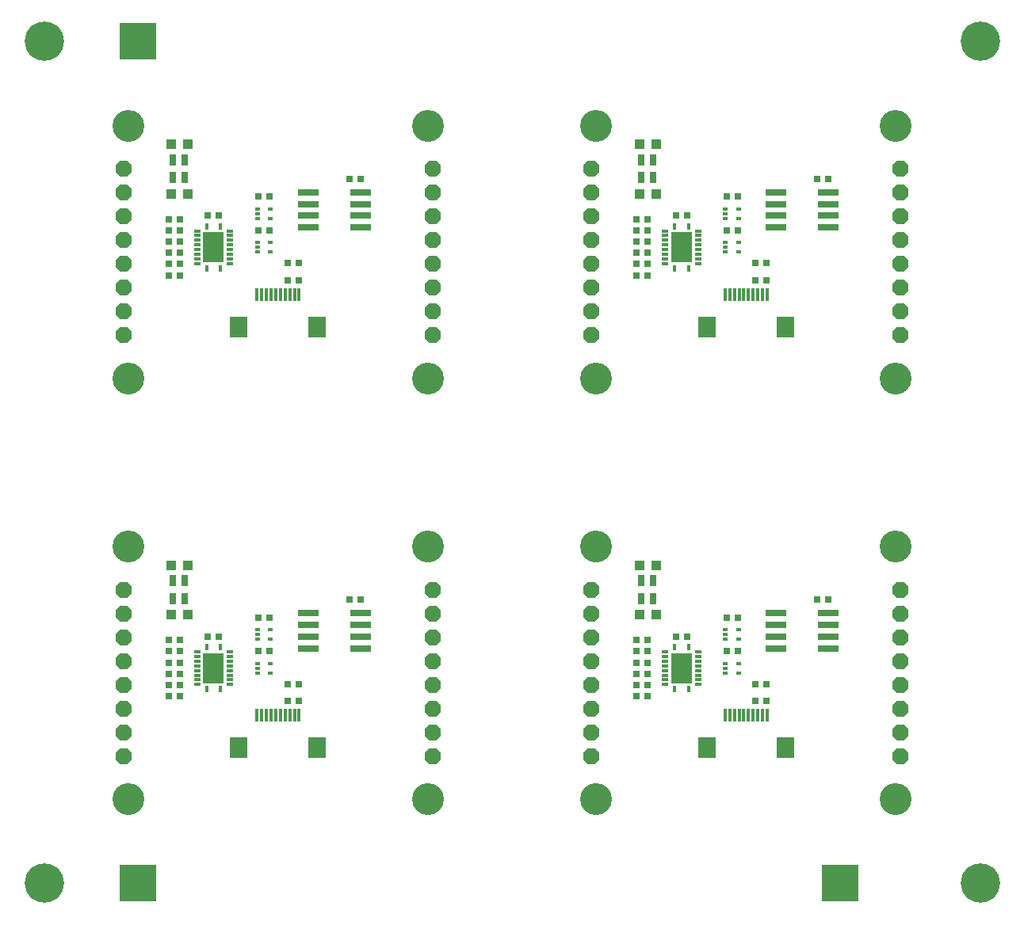
<source format=gts>
G75*
%MOIN*%
%OFA0B0*%
%FSLAX25Y25*%
%IPPOS*%
%LPD*%
%AMOC8*
5,1,8,0,0,1.08239X$1,22.5*
%
%ADD10C,0.16548*%
%ADD11R,0.01575X0.05512*%
%ADD12R,0.07480X0.09055*%
%ADD13C,0.13398*%
%ADD14OC8,0.06706*%
%ADD15R,0.09055X0.02756*%
%ADD16R,0.09055X0.02559*%
%ADD17R,0.02362X0.01575*%
%ADD18R,0.01575X0.03150*%
%ADD19R,0.03150X0.01575*%
%ADD20R,0.08674X0.12611*%
%ADD21R,0.03150X0.04724*%
%ADD22R,0.04331X0.04331*%
%ADD23R,0.03150X0.03150*%
%ADD24C,0.04737*%
%ADD25R,0.15748X0.15748*%
D10*
X0083995Y0077437D03*
X0083995Y0431768D03*
X0477696Y0431768D03*
X0477696Y0077437D03*
D11*
X0388129Y0148106D03*
X0386161Y0148106D03*
X0384192Y0148106D03*
X0382224Y0148106D03*
X0380255Y0148106D03*
X0378287Y0148106D03*
X0376318Y0148106D03*
X0374350Y0148106D03*
X0372381Y0148106D03*
X0370413Y0148106D03*
X0191279Y0148106D03*
X0189310Y0148106D03*
X0187342Y0148106D03*
X0185373Y0148106D03*
X0183405Y0148106D03*
X0181436Y0148106D03*
X0179468Y0148106D03*
X0177499Y0148106D03*
X0175531Y0148106D03*
X0173562Y0148106D03*
X0173562Y0325272D03*
X0175531Y0325272D03*
X0177499Y0325272D03*
X0179468Y0325272D03*
X0181436Y0325272D03*
X0183405Y0325272D03*
X0185373Y0325272D03*
X0187342Y0325272D03*
X0189310Y0325272D03*
X0191279Y0325272D03*
X0370413Y0325272D03*
X0372381Y0325272D03*
X0374350Y0325272D03*
X0376318Y0325272D03*
X0378287Y0325272D03*
X0380255Y0325272D03*
X0382224Y0325272D03*
X0384192Y0325272D03*
X0386161Y0325272D03*
X0388129Y0325272D03*
D12*
X0395806Y0311689D03*
X0362735Y0311689D03*
X0198956Y0311689D03*
X0165885Y0311689D03*
X0165885Y0134524D03*
X0198956Y0134524D03*
X0362735Y0134524D03*
X0395806Y0134524D03*
D13*
X0442263Y0112870D03*
X0442263Y0219169D03*
X0442263Y0290035D03*
X0442263Y0396335D03*
X0316279Y0396335D03*
X0245413Y0396335D03*
X0245413Y0290035D03*
X0316279Y0290035D03*
X0316279Y0219169D03*
X0245413Y0219169D03*
X0245413Y0112870D03*
X0316279Y0112870D03*
X0119428Y0112870D03*
X0119428Y0219169D03*
X0119428Y0290035D03*
X0119428Y0396335D03*
D14*
X0117420Y0378185D03*
X0117420Y0368185D03*
X0117420Y0358185D03*
X0117420Y0348185D03*
X0117420Y0338185D03*
X0117420Y0328185D03*
X0117420Y0318185D03*
X0117420Y0308185D03*
X0117420Y0201020D03*
X0117420Y0191020D03*
X0117420Y0181020D03*
X0117420Y0171020D03*
X0117420Y0161020D03*
X0117420Y0151020D03*
X0117420Y0141020D03*
X0117420Y0131020D03*
X0247420Y0131020D03*
X0247420Y0141020D03*
X0247420Y0151020D03*
X0247420Y0161020D03*
X0247420Y0171020D03*
X0247420Y0181020D03*
X0247420Y0191020D03*
X0247420Y0201020D03*
X0314271Y0201020D03*
X0314271Y0191020D03*
X0314271Y0181020D03*
X0314271Y0171020D03*
X0314271Y0161020D03*
X0314271Y0151020D03*
X0314271Y0141020D03*
X0314271Y0131020D03*
X0444271Y0131020D03*
X0444271Y0141020D03*
X0444271Y0151020D03*
X0444271Y0161020D03*
X0444271Y0171020D03*
X0444271Y0181020D03*
X0444271Y0191020D03*
X0444271Y0201020D03*
X0444271Y0308185D03*
X0444271Y0318185D03*
X0444271Y0328185D03*
X0444271Y0338185D03*
X0444271Y0348185D03*
X0444271Y0358185D03*
X0444271Y0368185D03*
X0444271Y0378185D03*
X0314271Y0378185D03*
X0314271Y0368185D03*
X0314271Y0358185D03*
X0314271Y0348185D03*
X0314271Y0338185D03*
X0314271Y0328185D03*
X0314271Y0318185D03*
X0314271Y0308185D03*
X0247420Y0308185D03*
X0247420Y0318185D03*
X0247420Y0328185D03*
X0247420Y0338185D03*
X0247420Y0348185D03*
X0247420Y0358185D03*
X0247420Y0368185D03*
X0247420Y0378185D03*
D15*
X0217066Y0368382D03*
X0217066Y0353421D03*
X0195019Y0353421D03*
X0195019Y0368382D03*
X0195019Y0191217D03*
X0195019Y0176256D03*
X0217066Y0176256D03*
X0217066Y0191217D03*
X0391869Y0191217D03*
X0391869Y0176256D03*
X0413917Y0176256D03*
X0413917Y0191217D03*
X0413917Y0353421D03*
X0413917Y0368382D03*
X0391869Y0368382D03*
X0391869Y0353421D03*
D16*
X0391869Y0358441D03*
X0391869Y0363362D03*
X0413917Y0363362D03*
X0413917Y0358441D03*
X0413917Y0186197D03*
X0413917Y0181276D03*
X0391869Y0181276D03*
X0391869Y0186197D03*
X0217066Y0186197D03*
X0217066Y0181276D03*
X0195019Y0181276D03*
X0195019Y0186197D03*
X0195019Y0358441D03*
X0195019Y0363362D03*
X0217066Y0363362D03*
X0217066Y0358441D03*
D17*
X0179271Y0357358D03*
X0179271Y0361295D03*
X0173759Y0361295D03*
X0173759Y0359327D03*
X0173759Y0357358D03*
X0173759Y0347122D03*
X0173759Y0345154D03*
X0173759Y0343185D03*
X0179271Y0343185D03*
X0179271Y0347122D03*
X0179271Y0184130D03*
X0179271Y0180193D03*
X0173759Y0180193D03*
X0173759Y0182161D03*
X0173759Y0184130D03*
X0173759Y0169957D03*
X0173759Y0167988D03*
X0173759Y0166020D03*
X0179271Y0166020D03*
X0179271Y0169957D03*
X0370609Y0169957D03*
X0370609Y0167988D03*
X0370609Y0166020D03*
X0376121Y0166020D03*
X0376121Y0169957D03*
X0376121Y0180193D03*
X0376121Y0184130D03*
X0370609Y0184130D03*
X0370609Y0182161D03*
X0370609Y0180193D03*
X0370609Y0343185D03*
X0370609Y0345154D03*
X0370609Y0347122D03*
X0376121Y0347122D03*
X0376121Y0343185D03*
X0376121Y0357358D03*
X0376121Y0361295D03*
X0370609Y0361295D03*
X0370609Y0359327D03*
X0370609Y0357358D03*
D18*
X0355058Y0354012D03*
X0349153Y0354012D03*
X0349153Y0336295D03*
X0355058Y0336295D03*
X0355058Y0176846D03*
X0349153Y0176846D03*
X0349153Y0159130D03*
X0355058Y0159130D03*
X0158208Y0159130D03*
X0152302Y0159130D03*
X0152302Y0176846D03*
X0158208Y0176846D03*
X0158208Y0336295D03*
X0152302Y0336295D03*
X0152302Y0354012D03*
X0158208Y0354012D03*
D19*
X0162145Y0352043D03*
X0162145Y0350075D03*
X0162145Y0348106D03*
X0162145Y0346138D03*
X0162145Y0344169D03*
X0162145Y0342201D03*
X0162145Y0340232D03*
X0162145Y0338264D03*
X0148365Y0338264D03*
X0148365Y0340232D03*
X0148365Y0342201D03*
X0148365Y0344169D03*
X0148365Y0346138D03*
X0148365Y0348106D03*
X0148365Y0350075D03*
X0148365Y0352043D03*
X0148365Y0174878D03*
X0148365Y0172909D03*
X0148365Y0170941D03*
X0148365Y0168972D03*
X0148365Y0167004D03*
X0148365Y0165035D03*
X0148365Y0163067D03*
X0148365Y0161098D03*
X0162145Y0161098D03*
X0162145Y0163067D03*
X0162145Y0165035D03*
X0162145Y0167004D03*
X0162145Y0168972D03*
X0162145Y0170941D03*
X0162145Y0172909D03*
X0162145Y0174878D03*
X0345216Y0174878D03*
X0345216Y0172909D03*
X0345216Y0170941D03*
X0345216Y0168972D03*
X0345216Y0167004D03*
X0345216Y0165035D03*
X0345216Y0163067D03*
X0345216Y0161098D03*
X0358995Y0161098D03*
X0358995Y0163067D03*
X0358995Y0165035D03*
X0358995Y0167004D03*
X0358995Y0168972D03*
X0358995Y0170941D03*
X0358995Y0172909D03*
X0358995Y0174878D03*
X0358995Y0338264D03*
X0358995Y0340232D03*
X0358995Y0342201D03*
X0358995Y0344169D03*
X0358995Y0346138D03*
X0358995Y0348106D03*
X0358995Y0350075D03*
X0358995Y0352043D03*
X0345216Y0352043D03*
X0345216Y0350075D03*
X0345216Y0348106D03*
X0345216Y0346138D03*
X0345216Y0344169D03*
X0345216Y0342201D03*
X0345216Y0340232D03*
X0345216Y0338264D03*
D20*
X0352106Y0345154D03*
X0352106Y0167988D03*
X0155255Y0167988D03*
X0155255Y0345154D03*
D21*
X0143247Y0374484D03*
X0138129Y0374484D03*
X0138129Y0381965D03*
X0143247Y0381965D03*
X0334980Y0381965D03*
X0340098Y0381965D03*
X0340098Y0374484D03*
X0334980Y0374484D03*
X0334980Y0204799D03*
X0340098Y0204799D03*
X0340098Y0197319D03*
X0334980Y0197319D03*
X0143247Y0197319D03*
X0138129Y0197319D03*
X0138129Y0204799D03*
X0143247Y0204799D03*
D22*
X0144625Y0211295D03*
X0137539Y0211295D03*
X0137539Y0190429D03*
X0144625Y0190429D03*
X0334389Y0190429D03*
X0341476Y0190429D03*
X0341476Y0211295D03*
X0334389Y0211295D03*
X0334389Y0367594D03*
X0341476Y0367594D03*
X0341476Y0388461D03*
X0334389Y0388461D03*
X0144625Y0388461D03*
X0137539Y0388461D03*
X0137539Y0367594D03*
X0144625Y0367594D03*
D23*
X0141082Y0356965D03*
X0136357Y0356965D03*
X0136357Y0352240D03*
X0136357Y0347516D03*
X0136357Y0342791D03*
X0136357Y0338067D03*
X0136357Y0333343D03*
X0141082Y0333343D03*
X0141082Y0338067D03*
X0141082Y0342791D03*
X0141082Y0347516D03*
X0141082Y0352240D03*
X0152893Y0358539D03*
X0157617Y0358539D03*
X0174153Y0352240D03*
X0178877Y0352240D03*
X0178877Y0366413D03*
X0174153Y0366413D03*
X0186357Y0338461D03*
X0191082Y0338461D03*
X0191082Y0331374D03*
X0186357Y0331374D03*
X0212342Y0373894D03*
X0217066Y0373894D03*
X0333208Y0356965D03*
X0337932Y0356965D03*
X0337932Y0352240D03*
X0333208Y0352240D03*
X0333208Y0347516D03*
X0337932Y0347516D03*
X0337932Y0342791D03*
X0337932Y0338067D03*
X0333208Y0338067D03*
X0333208Y0342791D03*
X0333208Y0333343D03*
X0337932Y0333343D03*
X0349743Y0358539D03*
X0354468Y0358539D03*
X0371003Y0352240D03*
X0375728Y0352240D03*
X0375728Y0366413D03*
X0371003Y0366413D03*
X0383208Y0338461D03*
X0387932Y0338461D03*
X0387932Y0331374D03*
X0383208Y0331374D03*
X0409192Y0373894D03*
X0413917Y0373894D03*
X0413917Y0196728D03*
X0409192Y0196728D03*
X0375728Y0189248D03*
X0371003Y0189248D03*
X0371003Y0175075D03*
X0375728Y0175075D03*
X0383208Y0161295D03*
X0387932Y0161295D03*
X0387932Y0154209D03*
X0383208Y0154209D03*
X0354468Y0181374D03*
X0349743Y0181374D03*
X0337932Y0179799D03*
X0333208Y0179799D03*
X0333208Y0175075D03*
X0337932Y0175075D03*
X0337932Y0170350D03*
X0337932Y0165626D03*
X0333208Y0165626D03*
X0333208Y0170350D03*
X0333208Y0160902D03*
X0337932Y0160902D03*
X0337932Y0156177D03*
X0333208Y0156177D03*
X0217066Y0196728D03*
X0212342Y0196728D03*
X0178877Y0189248D03*
X0174153Y0189248D03*
X0174153Y0175075D03*
X0178877Y0175075D03*
X0186357Y0161295D03*
X0191082Y0161295D03*
X0191082Y0154209D03*
X0186357Y0154209D03*
X0157617Y0181374D03*
X0152893Y0181374D03*
X0141082Y0179799D03*
X0141082Y0175075D03*
X0136357Y0175075D03*
X0136357Y0179799D03*
X0136357Y0170350D03*
X0136357Y0165626D03*
X0136357Y0160902D03*
X0136357Y0156177D03*
X0141082Y0156177D03*
X0141082Y0160902D03*
X0141082Y0165626D03*
X0141082Y0170350D03*
D24*
X0123365Y0077437D03*
X0418641Y0077437D03*
X0123365Y0431768D03*
D25*
X0123365Y0431768D03*
X0123365Y0077437D03*
X0418641Y0077437D03*
M02*

</source>
